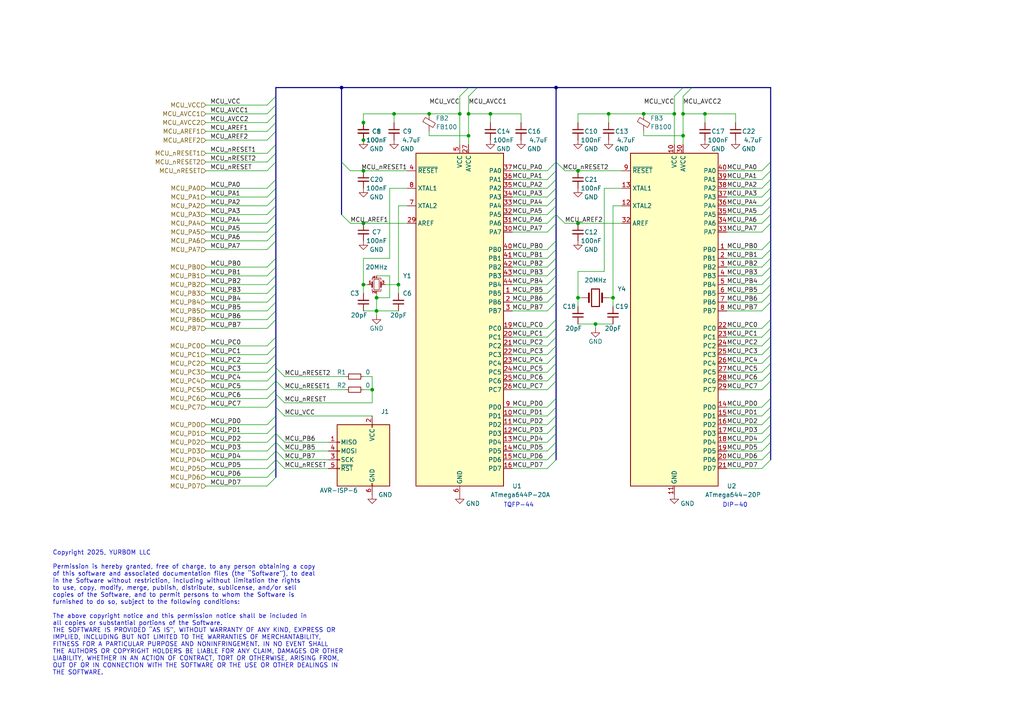
<source format=kicad_sch>
(kicad_sch (version 20231120) (generator "eeschema") (generator_version "8.0")
  (paper "A4")
  (title_block (title "ATMega 644 and ATMega1284 microcontroller design") (date "2025-02-01") (rev "0") (company "YURBOM LLC, More details on website - https://yurbom.com") (comment 1 "MIT Open Source License - NO ANY WARRANTY. Designed in California, USA.") (comment 2 "ATMega 644 and ATMega1284 family microcontroller design template with combined ports"))
  (lib_symbols
    (symbol "Connector:AVR-ISP-6" (pin_names (offset 1.016))
      (property "Reference" "J" (at -6.35 11.43 0))
      (property "Value" "AVR-ISP-6" (at 0 11.43 0))
      (symbol "AVR-ISP-6_1_1"
        (pin passive line (at 10.16 5.08 180) (length 2.54) (name "MISO") (number "1"))
        (pin passive line (at -2.54 12.7 270) (length 2.54) (name "VCC") (number "2"))
        (pin passive line (at 10.16 0 180) (length 2.54) (name "SCK") (number "3"))
        (pin passive line (at 10.16 2.54 180) (length 2.54) (name "MOSI") (number "4"))
        (pin passive line (at 10.16 -2.54 180) (length 2.54) (name "~{RST}") (number "5"))
        (pin passive line (at -2.54 -10.16 90) (length 2.54) (name "GND") (number "6"))
      )
    )
    (symbol "Device:C_Small" (pin_numbers hide) (pin_names (offset 0.254) hide)
      (property "Reference" "C" (at 0.254 1.778 0))
      (property "Value" "C_Small" (at 0.254 -2.032 0))
      (symbol "C_Small_1_1"
        (pin passive line (at 0 2.54 270) (length 2.032) (name "~") (number "1"))
        (pin passive line (at 0 -2.54 90) (length 2.032) (name "~") (number "2"))
      )
    )
    (symbol "Device:Crystal" (pin_numbers hide) (pin_names (offset 1.016) hide)
      (property "Reference" "Y" (at 0 3.81 0))
      (property "Value" "Crystal" (at 0 -3.81 0))
      (symbol "Crystal_1_1"
        (pin passive line (at -3.81 0 0) (length 1.27) (name "1") (number "1"))
        (pin passive line (at 3.81 0 180) (length 1.27) (name "2") (number "2"))
      )
    )
    (symbol "Device:Crystal_GND24_Small" (pin_names (offset 1.016) hide)
      (property "Reference" "Y" (at 1.27 4.445 0))
      (property "Value" "Crystal_GND24_Small" (at 1.27 2.54 0))
      (symbol "Crystal_GND24_Small_1_1"
        (pin passive line (at -2.54 0 0) (length 1.27) (name "1") (number "1"))
        (pin passive line (at 0 -2.54 90) (length 0.635) (name "2") (number "2"))
        (pin passive line (at 2.54 0 180) (length 1.27) (name "3") (number "3"))
        (pin passive line (at 0 2.54 270) (length 0.635) (name "4") (number "4"))
      )
    )
    (symbol "Device:FerriteBead_Small" (pin_numbers hide) (pin_names (offset 0))
      (property "Reference" "FB" (at 1.905 1.27 0))
      (property "Value" "FerriteBead_Small" (at 1.905 -1.27 0))
      (symbol "FerriteBead_Small_1_1"
        (pin passive line (at 0 2.54 270) (length 1.27) (name "~") (number "1"))
        (pin passive line (at 0 -2.54 90) (length 1.27) (name "~") (number "2"))
      )
    )
    (symbol "Device:R_Small" (pin_numbers hide) (pin_names (offset 0.254) hide)
      (property "Reference" "R" (at 0.762 0.508 0))
      (property "Value" "R_Small" (at 0.762 -1.016 0))
      (symbol "R_Small_1_1"
        (pin passive line (at 0 2.54 270) (length 0.762) (name "~") (number "1"))
        (pin passive line (at 0 -2.54 90) (length 0.762) (name "~") (number "2"))
      )
    )
    (symbol "MCU_Microchip_ATmega:ATmega644-20P"
      (property "Reference" "U" (at -12.7 49.53 0))
      (property "Value" "ATmega644-20P" (at 2.54 -49.53 0))
      (symbol "ATmega644-20P_1_1"
        (pin bidirectional line (at 15.24 20.32 180) (length 2.54) (name "PB0") (number "1"))
        (pin power_in line (at 0 50.8 270) (length 2.54) (name "VCC") (number "10"))
        (pin power_in line (at 0 -50.8 90) (length 2.54) (name "GND") (number "11"))
        (pin output line (at -15.24 33.02 0) (length 2.54) (name "XTAL2") (number "12"))
        (pin input line (at -15.24 38.1 0) (length 2.54) (name "XTAL1") (number "13"))
        (pin bidirectional line (at 15.24 -25.4 180) (length 2.54) (name "PD0") (number "14"))
        (pin bidirectional line (at 15.24 -27.94 180) (length 2.54) (name "PD1") (number "15"))
        (pin bidirectional line (at 15.24 -30.48 180) (length 2.54) (name "PD2") (number "16"))
        (pin bidirectional line (at 15.24 -33.02 180) (length 2.54) (name "PD3") (number "17"))
        (pin bidirectional line (at 15.24 -35.56 180) (length 2.54) (name "PD4") (number "18"))
        (pin bidirectional line (at 15.24 -38.1 180) (length 2.54) (name "PD5") (number "19"))
        (pin bidirectional line (at 15.24 17.78 180) (length 2.54) (name "PB1") (number "2"))
        (pin bidirectional line (at 15.24 -40.64 180) (length 2.54) (name "PD6") (number "20"))
        (pin bidirectional line (at 15.24 -43.18 180) (length 2.54) (name "PD7") (number "21"))
        (pin bidirectional line (at 15.24 -2.54 180) (length 2.54) (name "PC0") (number "22"))
        (pin bidirectional line (at 15.24 -5.08 180) (length 2.54) (name "PC1") (number "23"))
        (pin bidirectional line (at 15.24 -7.62 180) (length 2.54) (name "PC2") (number "24"))
        (pin bidirectional line (at 15.24 -10.16 180) (length 2.54) (name "PC3") (number "25"))
        (pin bidirectional line (at 15.24 -12.7 180) (length 2.54) (name "PC4") (number "26"))
        (pin bidirectional line (at 15.24 -15.24 180) (length 2.54) (name "PC5") (number "27"))
        (pin bidirectional line (at 15.24 -17.78 180) (length 2.54) (name "PC6") (number "28"))
        (pin bidirectional line (at 15.24 -20.32 180) (length 2.54) (name "PC7") (number "29"))
        (pin bidirectional line (at 15.24 15.24 180) (length 2.54) (name "PB2") (number "3"))
        (pin power_in line (at 2.54 50.8 270) (length 2.54) (name "AVCC") (number "30"))
        (pin passive line (at 0 -50.8 90) (length 2.54) hide (name "GND") (number "31"))
        (pin passive line (at -15.24 27.94 0) (length 2.54) (name "AREF") (number "32"))
        (pin bidirectional line (at 15.24 25.4 180) (length 2.54) (name "PA7") (number "33"))
        (pin bidirectional line (at 15.24 27.94 180) (length 2.54) (name "PA6") (number "34"))
        (pin bidirectional line (at 15.24 30.48 180) (length 2.54) (name "PA5") (number "35"))
        (pin bidirectional line (at 15.24 33.02 180) (length 2.54) (name "PA4") (number "36"))
        (pin bidirectional line (at 15.24 35.56 180) (length 2.54) (name "PA3") (number "37"))
        (pin bidirectional line (at 15.24 38.1 180) (length 2.54) (name "PA2") (number "38"))
        (pin bidirectional line (at 15.24 40.64 180) (length 2.54) (name "PA1") (number "39"))
        (pin bidirectional line (at 15.24 12.7 180) (length 2.54) (name "PB3") (number "4"))
        (pin bidirectional line (at 15.24 43.18 180) (length 2.54) (name "PA0") (number "40"))
        (pin bidirectional line (at 15.24 10.16 180) (length 2.54) (name "PB4") (number "5"))
        (pin bidirectional line (at 15.24 7.62 180) (length 2.54) (name "PB5") (number "6"))
        (pin bidirectional line (at 15.24 5.08 180) (length 2.54) (name "PB6") (number "7"))
        (pin bidirectional line (at 15.24 2.54 180) (length 2.54) (name "PB7") (number "8"))
        (pin input line (at -15.24 43.18 0) (length 2.54) (name "~{RESET}") (number "9"))
      )
    )
    (symbol "MCU_Microchip_ATmega:ATmega644P-20A"
      (property "Reference" "U" (at -12.7 49.53 0))
      (property "Value" "ATmega644P-20A" (at 2.54 -49.53 0))
      (symbol "ATmega644P-20A_1_1"
        (pin bidirectional line (at 15.24 7.62 180) (length 2.54) (name "PB5") (number "1"))
        (pin bidirectional line (at 15.24 -27.94 180) (length 2.54) (name "PD1") (number "10"))
        (pin bidirectional line (at 15.24 -30.48 180) (length 2.54) (name "PD2") (number "11"))
        (pin bidirectional line (at 15.24 -33.02 180) (length 2.54) (name "PD3") (number "12"))
        (pin bidirectional line (at 15.24 -35.56 180) (length 2.54) (name "PD4") (number "13"))
        (pin bidirectional line (at 15.24 -38.1 180) (length 2.54) (name "PD5") (number "14"))
        (pin bidirectional line (at 15.24 -40.64 180) (length 2.54) (name "PD6") (number "15"))
        (pin bidirectional line (at 15.24 -43.18 180) (length 2.54) (name "PD7") (number "16"))
        (pin passive line (at 0 50.8 270) (length 2.54) hide (name "VCC") (number "17"))
        (pin passive line (at 0 -50.8 90) (length 2.54) hide (name "GND") (number "18"))
        (pin bidirectional line (at 15.24 -2.54 180) (length 2.54) (name "PC0") (number "19"))
        (pin bidirectional line (at 15.24 5.08 180) (length 2.54) (name "PB6") (number "2"))
        (pin bidirectional line (at 15.24 -5.08 180) (length 2.54) (name "PC1") (number "20"))
        (pin bidirectional line (at 15.24 -7.62 180) (length 2.54) (name "PC2") (number "21"))
        (pin bidirectional line (at 15.24 -10.16 180) (length 2.54) (name "PC3") (number "22"))
        (pin bidirectional line (at 15.24 -12.7 180) (length 2.54) (name "PC4") (number "23"))
        (pin bidirectional line (at 15.24 -15.24 180) (length 2.54) (name "PC5") (number "24"))
        (pin bidirectional line (at 15.24 -17.78 180) (length 2.54) (name "PC6") (number "25"))
        (pin bidirectional line (at 15.24 -20.32 180) (length 2.54) (name "PC7") (number "26"))
        (pin power_in line (at 2.54 50.8 270) (length 2.54) (name "AVCC") (number "27"))
        (pin passive line (at 0 -50.8 90) (length 2.54) hide (name "GND") (number "28"))
        (pin passive line (at -15.24 27.94 0) (length 2.54) (name "AREF") (number "29"))
        (pin bidirectional line (at 15.24 2.54 180) (length 2.54) (name "PB7") (number "3"))
        (pin bidirectional line (at 15.24 25.4 180) (length 2.54) (name "PA7") (number "30"))
        (pin bidirectional line (at 15.24 27.94 180) (length 2.54) (name "PA6") (number "31"))
        (pin bidirectional line (at 15.24 30.48 180) (length 2.54) (name "PA5") (number "32"))
        (pin bidirectional line (at 15.24 33.02 180) (length 2.54) (name "PA4") (number "33"))
        (pin bidirectional line (at 15.24 35.56 180) (length 2.54) (name "PA3") (number "34"))
        (pin bidirectional line (at 15.24 38.1 180) (length 2.54) (name "PA2") (number "35"))
        (pin bidirectional line (at 15.24 40.64 180) (length 2.54) (name "PA1") (number "36"))
        (pin bidirectional line (at 15.24 43.18 180) (length 2.54) (name "PA0") (number "37"))
        (pin passive line (at 0 50.8 270) (length 2.54) hide (name "VCC") (number "38"))
        (pin passive line (at 0 -50.8 90) (length 2.54) hide (name "GND") (number "39"))
        (pin input line (at -15.24 43.18 0) (length 2.54) (name "~{RESET}") (number "4"))
        (pin bidirectional line (at 15.24 20.32 180) (length 2.54) (name "PB0") (number "40"))
        (pin bidirectional line (at 15.24 17.78 180) (length 2.54) (name "PB1") (number "41"))
        (pin bidirectional line (at 15.24 15.24 180) (length 2.54) (name "PB2") (number "42"))
        (pin bidirectional line (at 15.24 12.7 180) (length 2.54) (name "PB3") (number "43"))
        (pin bidirectional line (at 15.24 10.16 180) (length 2.54) (name "PB4") (number "44"))
        (pin power_in line (at 0 50.8 270) (length 2.54) (name "VCC") (number "5"))
        (pin power_in line (at 0 -50.8 90) (length 2.54) (name "GND") (number "6"))
        (pin output line (at -15.24 33.02 0) (length 2.54) (name "XTAL2") (number "7"))
        (pin input line (at -15.24 38.1 0) (length 2.54) (name "XTAL1") (number "8"))
        (pin bidirectional line (at 15.24 -25.4 180) (length 2.54) (name "PD0") (number "9"))
      )
    )
    (symbol "power:GND" (power) (pin_names (offset 0))
      (property "Value" "GND" (at 0 -3.81 0))
      (symbol "GND_1_1"
        (pin power_in line (at 0 0 270) (length 0) hide (name "GND") (number "1"))
      )
    )
  )
  (junction (at 167.64 86.36))
  (junction (at 114.3 33.02))
  (junction (at 99.06 25.4))
  (junction (at 204.47 33.02))
  (junction (at 161.29 25.4))
  (junction (at 124.46 33.02))
  (junction (at 105.41 64.77))
  (junction (at 135.89 39.37))
  (junction (at 105.41 35.56))
  (junction (at 198.12 33.02))
  (junction (at 107.95 113.03))
  (junction (at 195.58 33.02))
  (junction (at 135.89 33.02))
  (junction (at 177.8 86.36))
  (junction (at 167.64 64.77))
  (junction (at 167.64 49.53))
  (junction (at 109.22 90.17))
  (junction (at 198.12 39.37))
  (junction (at 172.72 93.98))
  (junction (at 186.69 33.02))
  (junction (at 105.41 40.64))
  (junction (at 109.22 86.36))
  (junction (at 142.24 33.02))
  (junction (at 133.35 33.02))
  (junction (at 105.41 49.53))
  (junction (at 115.57 82.55))
  (junction (at 105.41 82.55))
  (junction (at 176.53 33.02))
  (bus_entry (at 77.47 54.61) (size 2.54 -2.54))
  (bus_entry (at 77.47 46.99) (size 2.54 -2.54))
  (bus_entry (at 220.98 107.95) (size 2.54 -2.54))
  (bus_entry (at 158.75 113.03) (size 2.54 -2.54))
  (bus_entry (at 220.98 72.39) (size 2.54 -2.54))
  (bus_entry (at 158.75 59.69) (size 2.54 -2.54))
  (bus_entry (at 220.98 57.15) (size 2.54 -2.54))
  (bus_entry (at 77.47 62.23) (size 2.54 -2.54))
  (bus_entry (at 198.12 27.94) (size 2.54 -2.54))
  (bus_entry (at 158.75 105.41) (size 2.54 -2.54))
  (bus_entry (at 158.75 74.93) (size 2.54 -2.54))
  (bus_entry (at 158.75 64.77) (size 2.54 -2.54))
  (bus_entry (at 220.98 118.11) (size 2.54 -2.54))
  (bus_entry (at 158.75 107.95) (size 2.54 -2.54))
  (bus_entry (at 158.75 100.33) (size 2.54 -2.54))
  (bus_entry (at 158.75 120.65) (size 2.54 -2.54))
  (bus_entry (at 77.47 57.15) (size 2.54 -2.54))
  (bus_entry (at 77.47 130.81) (size 2.54 -2.54))
  (bus_entry (at 158.75 97.79) (size 2.54 -2.54))
  (bus_entry (at 220.98 100.33) (size 2.54 -2.54))
  (bus_entry (at 220.98 113.03) (size 2.54 -2.54))
  (bus_entry (at 77.47 110.49) (size 2.54 -2.54))
  (bus_entry (at 77.47 90.17) (size 2.54 -2.54))
  (bus_entry (at 220.98 80.01) (size 2.54 -2.54))
  (bus_entry (at 77.47 107.95) (size 2.54 -2.54))
  (bus_entry (at 220.98 125.73) (size 2.54 -2.54))
  (bus_entry (at 158.75 128.27) (size 2.54 -2.54))
  (bus_entry (at 158.75 62.23) (size 2.54 -2.54))
  (bus_entry (at 158.75 67.31) (size 2.54 -2.54))
  (bus_entry (at 220.98 54.61) (size 2.54 -2.54))
  (bus_entry (at 77.47 80.01) (size 2.54 -2.54))
  (bus_entry (at 220.98 87.63) (size 2.54 -2.54))
  (bus_entry (at 80.01 125.73) (size 2.54 2.54))
  (bus_entry (at 158.75 82.55) (size 2.54 -2.54))
  (bus_entry (at 77.47 67.31) (size 2.54 -2.54))
  (bus_entry (at 80.01 133.35) (size 2.54 2.54))
  (bus_entry (at 158.75 57.15) (size 2.54 -2.54))
  (bus_entry (at 158.75 54.61) (size 2.54 -2.54))
  (bus_entry (at 77.47 33.02) (size 2.54 -2.54))
  (bus_entry (at 80.01 130.81) (size 2.54 2.54))
  (bus_entry (at 77.47 59.69) (size 2.54 -2.54))
  (bus_entry (at 99.06 46.99) (size 2.54 2.54))
  (bus_entry (at 220.98 62.23) (size 2.54 -2.54))
  (bus_entry (at 80.01 114.3) (size 2.54 2.54))
  (bus_entry (at 158.75 135.89) (size 2.54 -2.54))
  (bus_entry (at 158.75 110.49) (size 2.54 -2.54))
  (bus_entry (at 77.47 35.56) (size 2.54 -2.54))
  (bus_entry (at 77.47 87.63) (size 2.54 -2.54))
  (bus_entry (at 77.47 113.03) (size 2.54 -2.54))
  (bus_entry (at 77.47 135.89) (size 2.54 -2.54))
  (bus_entry (at 77.47 69.85) (size 2.54 -2.54))
  (bus_entry (at 77.47 102.87) (size 2.54 -2.54))
  (bus_entry (at 220.98 128.27) (size 2.54 -2.54))
  (bus_entry (at 77.47 123.19) (size 2.54 -2.54))
  (bus_entry (at 220.98 85.09) (size 2.54 -2.54))
  (bus_entry (at 77.47 92.71) (size 2.54 -2.54))
  (bus_entry (at 77.47 64.77) (size 2.54 -2.54))
  (bus_entry (at 80.01 106.68) (size 2.54 2.54))
  (bus_entry (at 133.35 27.94) (size 2.54 -2.54))
  (bus_entry (at 77.47 105.41) (size 2.54 -2.54))
  (bus_entry (at 220.98 49.53) (size 2.54 -2.54))
  (bus_entry (at 220.98 97.79) (size 2.54 -2.54))
  (bus_entry (at 80.01 128.27) (size 2.54 2.54))
  (bus_entry (at 158.75 123.19) (size 2.54 -2.54))
  (bus_entry (at 80.01 27.94) (size -2.54 2.54))
  (bus_entry (at 77.47 38.1) (size 2.54 -2.54))
  (bus_entry (at 77.47 118.11) (size 2.54 -2.54))
  (bus_entry (at 220.98 102.87) (size 2.54 -2.54))
  (bus_entry (at 99.06 62.23) (size 2.54 2.54))
  (bus_entry (at 158.75 102.87) (size 2.54 -2.54))
  (bus_entry (at 220.98 120.65) (size 2.54 -2.54))
  (bus_entry (at 195.58 27.94) (size 2.54 -2.54))
  (bus_entry (at 220.98 77.47) (size 2.54 -2.54))
  (bus_entry (at 77.47 82.55) (size 2.54 -2.54))
  (bus_entry (at 77.47 100.33) (size 2.54 -2.54))
  (bus_entry (at 220.98 130.81) (size 2.54 -2.54))
  (bus_entry (at 158.75 90.17) (size 2.54 -2.54))
  (bus_entry (at 158.75 49.53) (size 2.54 -2.54))
  (bus_entry (at 220.98 74.93) (size 2.54 -2.54))
  (bus_entry (at 80.01 110.49) (size 2.54 2.54))
  (bus_entry (at 135.89 27.94) (size 2.54 -2.54))
  (bus_entry (at 77.47 44.45) (size 2.54 -2.54))
  (bus_entry (at 220.98 59.69) (size 2.54 -2.54))
  (bus_entry (at 158.75 133.35) (size 2.54 -2.54))
  (bus_entry (at 220.98 110.49) (size 2.54 -2.54))
  (bus_entry (at 161.29 46.99) (size 2.54 2.54))
  (bus_entry (at 220.98 90.17) (size 2.54 -2.54))
  (bus_entry (at 77.47 133.35) (size 2.54 -2.54))
  (bus_entry (at 220.98 105.41) (size 2.54 -2.54))
  (bus_entry (at 77.47 72.39) (size 2.54 -2.54))
  (bus_entry (at 77.47 125.73) (size 2.54 -2.54))
  (bus_entry (at 158.75 125.73) (size 2.54 -2.54))
  (bus_entry (at 220.98 64.77) (size 2.54 -2.54))
  (bus_entry (at 158.75 80.01) (size 2.54 -2.54))
  (bus_entry (at 77.47 85.09) (size 2.54 -2.54))
  (bus_entry (at 77.47 40.64) (size 2.54 -2.54))
  (bus_entry (at 80.01 118.11) (size 2.54 2.54))
  (bus_entry (at 158.75 72.39) (size 2.54 -2.54))
  (bus_entry (at 220.98 133.35) (size 2.54 -2.54))
  (bus_entry (at 158.75 52.07) (size 2.54 -2.54))
  (bus_entry (at 77.47 128.27) (size 2.54 -2.54))
  (bus_entry (at 220.98 123.19) (size 2.54 -2.54))
  (bus_entry (at 158.75 118.11) (size 2.54 -2.54))
  (bus_entry (at 220.98 67.31) (size 2.54 -2.54))
  (bus_entry (at 220.98 82.55) (size 2.54 -2.54))
  (bus_entry (at 77.47 138.43) (size 2.54 -2.54))
  (bus_entry (at 77.47 115.57) (size 2.54 -2.54))
  (bus_entry (at 161.29 62.23) (size 2.54 2.54))
  (bus_entry (at 77.47 77.47) (size 2.54 -2.54))
  (bus_entry (at 158.75 85.09) (size 2.54 -2.54))
  (bus_entry (at 220.98 52.07) (size 2.54 -2.54))
  (bus_entry (at 158.75 95.25) (size 2.54 -2.54))
  (bus_entry (at 220.98 135.89) (size 2.54 -2.54))
  (bus_entry (at 158.75 130.81) (size 2.54 -2.54))
  (bus_entry (at 220.98 95.25) (size 2.54 -2.54))
  (bus_entry (at 158.75 77.47) (size 2.54 -2.54))
  (bus_entry (at 77.47 140.97) (size 2.54 -2.54))
  (bus_entry (at 158.75 87.63) (size 2.54 -2.54))
  (bus_entry (at 77.47 49.53) (size 2.54 -2.54))
  (bus_entry (at 77.47 95.25) (size 2.54 -2.54))
  (bus (pts (xy 223.52 54.61) (xy 223.52 57.15)))
  (bus (pts (xy 80.01 135.89) (xy 80.01 138.43)))
  (bus (pts (xy 161.29 64.77) (xy 161.29 69.85)))
  (wire (pts (xy 59.69 115.57) (xy 77.47 115.57)))
  (wire (pts (xy 135.89 33.02) (xy 135.89 39.37)))
  (wire (pts (xy 195.58 27.94) (xy 195.58 33.02)))
  (wire (pts (xy 59.69 118.11) (xy 77.47 118.11)))
  (wire (pts (xy 176.53 33.02) (xy 176.53 35.56)))
  (bus (pts (xy 80.01 74.93) (xy 80.01 77.47)))
  (wire (pts (xy 82.55 130.81) (xy 95.25 130.81)))
  (wire (pts (xy 109.22 86.36) (xy 109.22 90.17)))
  (wire (pts (xy 59.69 67.31) (xy 77.47 67.31)))
  (wire (pts (xy 148.59 64.77) (xy 158.75 64.77)))
  (wire (pts (xy 186.69 39.37) (xy 198.12 39.37)))
  (bus (pts (xy 223.52 115.57) (xy 223.52 118.11)))
  (wire (pts (xy 148.59 87.63) (xy 158.75 87.63)))
  (bus (pts (xy 80.01 82.55) (xy 80.01 85.09)))
  (bus (pts (xy 223.52 130.81) (xy 223.52 133.35)))
  (wire (pts (xy 59.69 138.43) (xy 77.47 138.43)))
  (bus (pts (xy 80.01 59.69) (xy 80.01 62.23)))
  (wire (pts (xy 59.69 135.89) (xy 77.47 135.89)))
  (wire (pts (xy 59.69 38.1) (xy 77.47 38.1)))
  (wire (pts (xy 210.82 57.15) (xy 220.98 57.15)))
  (wire (pts (xy 210.82 107.95) (xy 220.98 107.95)))
  (wire (pts (xy 59.69 57.15) (xy 77.47 57.15)))
  (bus (pts (xy 200.66 25.4) (xy 223.52 25.4)))
  (bus (pts (xy 161.29 128.27) (xy 161.29 130.81)))
  (wire (pts (xy 101.6 49.53) (xy 105.41 49.53)))
  (wire (pts (xy 148.59 77.47) (xy 158.75 77.47)))
  (wire (pts (xy 148.59 125.73) (xy 158.75 125.73)))
  (bus (pts (xy 80.01 33.02) (xy 80.01 35.56)))
  (bus (pts (xy 80.01 128.27) (xy 80.01 130.81)))
  (bus (pts (xy 223.52 25.4) (xy 223.52 46.99)))
  (wire (pts (xy 133.35 27.94) (xy 133.35 33.02)))
  (wire (pts (xy 204.47 33.02) (xy 204.47 35.56)))
  (wire (pts (xy 148.59 95.25) (xy 158.75 95.25)))
  (wire (pts (xy 167.64 86.36) (xy 167.64 88.9)))
  (bus (pts (xy 161.29 57.15) (xy 161.29 54.61)))
  (wire (pts (xy 210.82 49.53) (xy 220.98 49.53)))
  (wire (pts (xy 186.69 38.1) (xy 186.69 39.37)))
  (bus (pts (xy 80.01 130.81) (xy 80.01 133.35)))
  (wire (pts (xy 210.82 62.23) (xy 220.98 62.23)))
  (bus (pts (xy 99.06 46.99) (xy 99.06 62.23)))
  (wire (pts (xy 109.22 80.01) (xy 113.03 80.01)))
  (wire (pts (xy 124.46 39.37) (xy 135.89 39.37)))
  (wire (pts (xy 210.82 135.89) (xy 220.98 135.89)))
  (wire (pts (xy 213.36 35.56) (xy 213.36 33.02)))
  (bus (pts (xy 138.43 25.4) (xy 161.29 25.4)))
  (bus (pts (xy 161.29 72.39) (xy 161.29 69.85)))
  (wire (pts (xy 210.82 90.17) (xy 220.98 90.17)))
  (wire (pts (xy 210.82 130.81) (xy 220.98 130.81)))
  (bus (pts (xy 80.01 92.71) (xy 80.01 97.79)))
  (bus (pts (xy 223.52 46.99) (xy 223.52 49.53)))
  (wire (pts (xy 210.82 120.65) (xy 220.98 120.65)))
  (bus (pts (xy 99.06 25.4) (xy 99.06 46.99)))
  (wire (pts (xy 195.58 33.02) (xy 195.58 41.91)))
  (wire (pts (xy 210.82 72.39) (xy 220.98 72.39)))
  (wire (pts (xy 59.69 110.49) (xy 77.47 110.49)))
  (wire (pts (xy 105.41 49.53) (xy 118.11 49.53)))
  (wire (pts (xy 59.69 100.33) (xy 77.47 100.33)))
  (wire (pts (xy 210.82 54.61) (xy 220.98 54.61)))
  (wire (pts (xy 105.41 35.56) (xy 105.41 33.02)))
  (wire (pts (xy 135.89 27.94) (xy 135.89 33.02)))
  (bus (pts (xy 223.52 85.09) (xy 223.52 87.63)))
  (bus (pts (xy 223.52 128.27) (xy 223.52 130.81)))
  (bus (pts (xy 80.01 114.3) (xy 80.01 115.57)))
  (bus (pts (xy 80.01 41.91) (xy 80.01 44.45)))
  (wire (pts (xy 148.59 90.17) (xy 158.75 90.17)))
  (wire (pts (xy 59.69 64.77) (xy 77.47 64.77)))
  (bus (pts (xy 135.89 25.4) (xy 138.43 25.4)))
  (wire (pts (xy 210.82 52.07) (xy 220.98 52.07)))
  (bus (pts (xy 161.29 59.69) (xy 161.29 57.15)))
  (bus (pts (xy 161.29 77.47) (xy 161.29 74.93)))
  (bus (pts (xy 161.29 120.65) (xy 161.29 118.11)))
  (wire (pts (xy 210.82 80.01) (xy 220.98 80.01)))
  (wire (pts (xy 59.69 92.71) (xy 77.47 92.71)))
  (bus (pts (xy 161.29 49.53) (xy 161.29 46.99)))
  (wire (pts (xy 124.46 38.1) (xy 124.46 39.37)))
  (wire (pts (xy 59.69 82.55) (xy 77.47 82.55)))
  (wire (pts (xy 107.95 109.22) (xy 105.41 109.22)))
  (wire (pts (xy 176.53 86.36) (xy 177.8 86.36)))
  (wire (pts (xy 148.59 113.03) (xy 158.75 113.03)))
  (bus (pts (xy 223.52 123.19) (xy 223.52 125.73)))
  (bus (pts (xy 80.01 118.11) (xy 80.01 120.65)))
  (wire (pts (xy 82.55 109.22) (xy 100.33 109.22)))
  (wire (pts (xy 59.69 69.85) (xy 77.47 69.85)))
  (wire (pts (xy 198.12 33.02) (xy 198.12 39.37)))
  (bus (pts (xy 80.01 115.57) (xy 80.01 118.11)))
  (bus (pts (xy 223.52 102.87) (xy 223.52 105.41)))
  (wire (pts (xy 172.72 95.25) (xy 172.72 93.98)))
  (wire (pts (xy 210.82 123.19) (xy 220.98 123.19)))
  (bus (pts (xy 80.01 123.19) (xy 80.01 125.73)))
  (wire (pts (xy 59.69 40.64) (xy 77.47 40.64)))
  (wire (pts (xy 59.69 77.47) (xy 77.47 77.47)))
  (wire (pts (xy 59.69 105.41) (xy 77.47 105.41)))
  (wire (pts (xy 148.59 120.65) (xy 158.75 120.65)))
  (wire (pts (xy 59.69 130.81) (xy 77.47 130.81)))
  (wire (pts (xy 107.95 116.84) (xy 107.95 113.03)))
  (bus (pts (xy 223.52 74.93) (xy 223.52 77.47)))
  (wire (pts (xy 210.82 113.03) (xy 220.98 113.03)))
  (bus (pts (xy 161.29 115.57) (xy 161.29 118.11)))
  (bus (pts (xy 80.01 107.95) (xy 80.01 106.68)))
  (bus (pts (xy 80.01 77.47) (xy 80.01 80.01)))
  (bus (pts (xy 80.01 120.65) (xy 80.01 123.19)))
  (wire (pts (xy 210.82 100.33) (xy 220.98 100.33)))
  (bus (pts (xy 80.01 107.95) (xy 80.01 110.49)))
  (wire (pts (xy 111.76 82.55) (xy 115.57 82.55)))
  (bus (pts (xy 80.01 54.61) (xy 80.01 57.15)))
  (wire (pts (xy 167.64 35.56) (xy 167.64 33.02)))
  (wire (pts (xy 82.55 135.89) (xy 95.25 135.89)))
  (wire (pts (xy 59.69 123.19) (xy 77.47 123.19)))
  (bus (pts (xy 161.29 130.81) (xy 161.29 133.35)))
  (bus (pts (xy 223.52 87.63) (xy 223.52 92.71)))
  (wire (pts (xy 210.82 82.55) (xy 220.98 82.55)))
  (wire (pts (xy 105.41 64.77) (xy 118.11 64.77)))
  (wire (pts (xy 210.82 128.27) (xy 220.98 128.27)))
  (bus (pts (xy 161.29 125.73) (xy 161.29 123.19)))
  (bus (pts (xy 223.52 72.39) (xy 223.52 74.93)))
  (bus (pts (xy 80.01 87.63) (xy 80.01 90.17)))
  (wire (pts (xy 59.69 49.53) (xy 77.47 49.53)))
  (wire (pts (xy 115.57 59.69) (xy 118.11 59.69)))
  (wire (pts (xy 148.59 74.93) (xy 158.75 74.93)))
  (wire (pts (xy 59.69 59.69) (xy 77.47 59.69)))
  (bus (pts (xy 161.29 74.93) (xy 161.29 72.39)))
  (wire (pts (xy 210.82 95.25) (xy 220.98 95.25)))
  (wire (pts (xy 59.69 85.09) (xy 77.47 85.09)))
  (wire (pts (xy 105.41 82.55) (xy 106.68 82.55)))
  (wire (pts (xy 148.59 102.87) (xy 158.75 102.87)))
  (bus (pts (xy 80.01 114.3) (xy 80.01 113.03)))
  (wire (pts (xy 210.82 97.79) (xy 220.98 97.79)))
  (wire (pts (xy 148.59 105.41) (xy 158.75 105.41)))
  (wire (pts (xy 204.47 33.02) (xy 198.12 33.02)))
  (wire (pts (xy 148.59 59.69) (xy 158.75 59.69)))
  (bus (pts (xy 223.52 97.79) (xy 223.52 100.33)))
  (bus (pts (xy 80.01 69.85) (xy 80.01 74.93)))
  (wire (pts (xy 210.82 85.09) (xy 220.98 85.09)))
  (wire (pts (xy 148.59 133.35) (xy 158.75 133.35)))
  (wire (pts (xy 142.24 33.02) (xy 135.89 33.02)))
  (bus (pts (xy 80.01 97.79) (xy 80.01 100.33)))
  (bus (pts (xy 80.01 100.33) (xy 80.01 102.87)))
  (bus (pts (xy 161.29 54.61) (xy 161.29 52.07)))
  (bus (pts (xy 80.01 52.07) (xy 80.01 54.61)))
  (wire (pts (xy 186.69 33.02) (xy 195.58 33.02)))
  (bus (pts (xy 80.01 102.87) (xy 80.01 105.41)))
  (bus (pts (xy 223.52 110.49) (xy 223.52 115.57)))
  (bus (pts (xy 161.29 85.09) (xy 161.29 87.63)))
  (wire (pts (xy 115.57 82.55) (xy 115.57 85.09)))
  (wire (pts (xy 59.69 90.17) (xy 77.47 90.17)))
  (bus (pts (xy 223.52 57.15) (xy 223.52 59.69)))
  (wire (pts (xy 167.64 78.74) (xy 175.26 78.74)))
  (wire (pts (xy 148.59 110.49) (xy 158.75 110.49)))
  (wire (pts (xy 82.55 116.84) (xy 107.95 116.84)))
  (bus (pts (xy 161.29 87.63) (xy 161.29 92.71)))
  (wire (pts (xy 213.36 33.02) (xy 204.47 33.02)))
  (bus (pts (xy 80.01 133.35) (xy 80.01 135.89)))
  (wire (pts (xy 167.64 64.77) (xy 180.34 64.77)))
  (bus (pts (xy 223.52 52.07) (xy 223.52 54.61)))
  (wire (pts (xy 148.59 67.31) (xy 158.75 67.31)))
  (bus (pts (xy 80.01 46.99) (xy 80.01 52.07)))
  (bus (pts (xy 223.52 59.69) (xy 223.52 62.23)))
  (bus (pts (xy 161.29 25.4) (xy 198.12 25.4)))
  (bus (pts (xy 223.52 120.65) (xy 223.52 123.19)))
  (bus (pts (xy 223.52 100.33) (xy 223.52 102.87)))
  (bus (pts (xy 161.29 100.33) (xy 161.29 102.87)))
  (wire (pts (xy 59.69 46.99) (xy 77.47 46.99)))
  (wire (pts (xy 101.6 64.77) (xy 105.41 64.77)))
  (wire (pts (xy 210.82 102.87) (xy 220.98 102.87)))
  (wire (pts (xy 148.59 57.15) (xy 158.75 57.15)))
  (wire (pts (xy 148.59 128.27) (xy 158.75 128.27)))
  (bus (pts (xy 80.01 27.94) (xy 80.01 30.48)))
  (wire (pts (xy 172.72 93.98) (xy 177.8 93.98)))
  (wire (pts (xy 210.82 59.69) (xy 220.98 59.69)))
  (wire (pts (xy 59.69 72.39) (xy 77.47 72.39)))
  (wire (pts (xy 210.82 125.73) (xy 220.98 125.73)))
  (wire (pts (xy 59.69 62.23) (xy 77.47 62.23)))
  (bus (pts (xy 223.52 80.01) (xy 223.52 82.55)))
  (bus (pts (xy 80.01 85.09) (xy 80.01 87.63)))
  (wire (pts (xy 113.03 54.61) (xy 118.11 54.61)))
  (wire (pts (xy 148.59 107.95) (xy 158.75 107.95)))
  (wire (pts (xy 59.69 33.02) (xy 77.47 33.02)))
  (wire (pts (xy 148.59 52.07) (xy 158.75 52.07)))
  (bus (pts (xy 80.01 57.15) (xy 80.01 59.69)))
  (bus (pts (xy 99.06 25.4) (xy 135.89 25.4)))
  (bus (pts (xy 161.29 82.55) (xy 161.29 85.09)))
  (bus (pts (xy 80.01 90.17) (xy 80.01 92.71)))
  (wire (pts (xy 198.12 27.94) (xy 198.12 33.02)))
  (bus (pts (xy 80.01 113.03) (xy 80.01 110.49)))
  (wire (pts (xy 59.69 128.27) (xy 77.47 128.27)))
  (bus (pts (xy 80.01 25.4) (xy 99.06 25.4)))
  (wire (pts (xy 113.03 86.36) (xy 109.22 86.36)))
  (wire (pts (xy 163.83 49.53) (xy 167.64 49.53)))
  (bus (pts (xy 80.01 67.31) (xy 80.01 69.85)))
  (wire (pts (xy 59.69 107.95) (xy 77.47 107.95)))
  (bus (pts (xy 161.29 100.33) (xy 161.29 97.79)))
  (bus (pts (xy 161.29 110.49) (xy 161.29 115.57)))
  (wire (pts (xy 59.69 30.48) (xy 77.47 30.48)))
  (wire (pts (xy 151.13 35.56) (xy 151.13 33.02)))
  (wire (pts (xy 115.57 82.55) (xy 115.57 59.69)))
  (wire (pts (xy 59.69 54.61) (xy 77.47 54.61)))
  (wire (pts (xy 59.69 95.25) (xy 77.47 95.25)))
  (wire (pts (xy 148.59 100.33) (xy 158.75 100.33)))
  (bus (pts (xy 161.29 105.41) (xy 161.29 107.95)))
  (bus (pts (xy 80.01 35.56) (xy 80.01 38.1)))
  (wire (pts (xy 148.59 62.23) (xy 158.75 62.23)))
  (wire (pts (xy 114.3 33.02) (xy 114.3 35.56)))
  (wire (pts (xy 177.8 86.36) (xy 177.8 88.9)))
  (wire (pts (xy 114.3 33.02) (xy 124.46 33.02)))
  (bus (pts (xy 161.29 123.19) (xy 161.29 120.65)))
  (wire (pts (xy 107.95 113.03) (xy 107.95 109.22)))
  (wire (pts (xy 148.59 135.89) (xy 158.75 135.89)))
  (wire (pts (xy 59.69 102.87) (xy 77.47 102.87)))
  (wire (pts (xy 59.69 125.73) (xy 77.47 125.73)))
  (wire (pts (xy 113.03 74.93) (xy 113.03 54.61)))
  (bus (pts (xy 223.52 64.77) (xy 223.52 69.85)))
  (bus (pts (xy 223.52 105.41) (xy 223.52 107.95)))
  (bus (pts (xy 80.01 80.01) (xy 80.01 82.55)))
  (bus (pts (xy 80.01 38.1) (xy 80.01 41.91)))
  (wire (pts (xy 59.69 44.45) (xy 77.47 44.45)))
  (bus (pts (xy 223.52 92.71) (xy 223.52 95.25)))
  (bus (pts (xy 80.01 125.73) (xy 80.01 128.27)))
  (wire (pts (xy 59.69 87.63) (xy 77.47 87.63)))
  (wire (pts (xy 109.22 86.36) (xy 109.22 85.09)))
  (bus (pts (xy 161.29 82.55) (xy 161.29 80.01)))
  (wire (pts (xy 59.69 80.01) (xy 77.47 80.01)))
  (wire (pts (xy 133.35 33.02) (xy 133.35 41.91)))
  (wire (pts (xy 135.89 39.37) (xy 135.89 41.91)))
  (wire (pts (xy 167.64 86.36) (xy 167.64 78.74)))
  (bus (pts (xy 80.01 44.45) (xy 80.01 46.99)))
  (bus (pts (xy 161.29 52.07) (xy 161.29 49.53)))
  (bus (pts (xy 223.52 62.23) (xy 223.52 64.77)))
  (wire (pts (xy 167.64 33.02) (xy 176.53 33.02)))
  (wire (pts (xy 59.69 35.56) (xy 77.47 35.56)))
  (wire (pts (xy 59.69 140.97) (xy 77.47 140.97)))
  (wire (pts (xy 175.26 78.74) (xy 175.26 54.61)))
  (bus (pts (xy 198.12 25.4) (xy 200.66 25.4)))
  (wire (pts (xy 151.13 33.02) (xy 142.24 33.02)))
  (bus (pts (xy 161.29 102.87) (xy 161.29 105.41)))
  (wire (pts (xy 109.22 90.17) (xy 115.57 90.17)))
  (wire (pts (xy 148.59 54.61) (xy 158.75 54.61)))
  (wire (pts (xy 148.59 49.53) (xy 158.75 49.53)))
  (bus (pts (xy 223.52 82.55) (xy 223.52 85.09)))
  (wire (pts (xy 210.82 77.47) (xy 220.98 77.47)))
  (wire (pts (xy 82.55 113.03) (xy 100.33 113.03)))
  (bus (pts (xy 80.01 105.41) (xy 80.01 106.68)))
  (bus (pts (xy 223.52 49.53) (xy 223.52 52.07)))
  (wire (pts (xy 210.82 118.11) (xy 220.98 118.11)))
  (bus (pts (xy 80.01 64.77) (xy 80.01 67.31)))
  (wire (pts (xy 105.41 82.55) (xy 105.41 85.09)))
  (wire (pts (xy 105.41 90.17) (xy 109.22 90.17)))
  (wire (pts (xy 148.59 97.79) (xy 158.75 97.79)))
  (wire (pts (xy 210.82 133.35) (xy 220.98 133.35)))
  (wire (pts (xy 168.91 86.36) (xy 167.64 86.36)))
  (wire (pts (xy 59.69 133.35) (xy 77.47 133.35)))
  (bus (pts (xy 223.52 69.85) (xy 223.52 72.39)))
  (wire (pts (xy 148.59 118.11) (xy 158.75 118.11)))
  (bus (pts (xy 161.29 64.77) (xy 161.29 62.23)))
  (bus (pts (xy 161.29 97.79) (xy 161.29 95.25)))
  (bus (pts (xy 223.52 107.95) (xy 223.52 110.49)))
  (wire (pts (xy 163.83 64.77) (xy 167.64 64.77)))
  (wire (pts (xy 210.82 64.77) (xy 220.98 64.77)))
  (bus (pts (xy 161.29 128.27) (xy 161.29 125.73)))
  (bus (pts (xy 161.29 80.01) (xy 161.29 77.47)))
  (wire (pts (xy 124.46 33.02) (xy 133.35 33.02)))
  (bus (pts (xy 223.52 118.11) (xy 223.52 120.65)))
  (wire (pts (xy 105.41 33.02) (xy 114.3 33.02)))
  (wire (pts (xy 210.82 74.93) (xy 220.98 74.93)))
  (wire (pts (xy 176.53 33.02) (xy 186.69 33.02)))
  (wire (pts (xy 82.55 128.27) (xy 95.25 128.27)))
  (wire (pts (xy 210.82 105.41) (xy 220.98 105.41)))
  (wire (pts (xy 210.82 87.63) (xy 220.98 87.63)))
  (wire (pts (xy 105.41 74.93) (xy 105.41 82.55)))
  (wire (pts (xy 109.22 91.44) (xy 109.22 90.17)))
  (wire (pts (xy 113.03 80.01) (xy 113.03 86.36)))
  (wire (pts (xy 210.82 67.31) (xy 220.98 67.31)))
  (wire (pts (xy 177.8 59.69) (xy 180.34 59.69)))
  (wire (pts (xy 167.64 93.98) (xy 172.72 93.98)))
  (bus (pts (xy 223.52 77.47) (xy 223.52 80.01)))
  (wire (pts (xy 105.41 74.93) (xy 113.03 74.93)))
  (bus (pts (xy 161.29 62.23) (xy 161.29 59.69)))
  (wire (pts (xy 148.59 82.55) (xy 158.75 82.55)))
  (bus (pts (xy 223.52 125.73) (xy 223.52 128.27)))
  (bus (pts (xy 80.01 62.23) (xy 80.01 64.77)))
  (wire (pts (xy 177.8 59.69) (xy 177.8 86.36)))
  (wire (pts (xy 148.59 123.19) (xy 158.75 123.19)))
  (wire (pts (xy 105.41 113.03) (xy 107.95 113.03)))
  (wire (pts (xy 59.69 113.03) (xy 77.47 113.03)))
  (wire (pts (xy 82.55 133.35) (xy 95.25 133.35)))
  (bus (pts (xy 161.29 25.4) (xy 161.29 46.99)))
  (wire (pts (xy 210.82 110.49) (xy 220.98 110.49)))
  (wire (pts (xy 148.59 80.01) (xy 158.75 80.01)))
  (wire (pts (xy 82.55 120.65) (xy 107.95 120.65)))
  (bus (pts (xy 223.52 95.25) (xy 223.52 97.79)))
  (wire (pts (xy 175.26 54.61) (xy 180.34 54.61)))
  (wire (pts (xy 198.12 39.37) (xy 198.12 41.91)))
  (bus (pts (xy 80.01 25.4) (xy 80.01 27.94)))
  (wire (pts (xy 167.64 49.53) (xy 180.34 49.53)))
  (bus (pts (xy 161.29 95.25) (xy 161.29 92.71)))
  (bus (pts (xy 161.29 107.95) (xy 161.29 110.49)))
  (bus (pts (xy 80.01 30.48) (xy 80.01 33.02)))
  (wire (pts (xy 148.59 72.39) (xy 158.75 72.39)))
  (wire (pts (xy 148.59 130.81) (xy 158.75 130.81)))
  (wire (pts (xy 142.24 33.02) (xy 142.24 35.56)))
  (wire (pts (xy 148.59 85.09) (xy 158.75 85.09)))
  (text "Copyright 2025, YURBOM LLC\n\nPermission is hereby granted, free of charge, to any person obtaining a copy\nof this software and associated documentation files (the “Software”), to deal\nin the Software without restriction, including without limitation the rights\nto use, copy, modify, merge, publish, distribute, sublicense, and/or sell\ncopies of the Software, and to permit persons to whom the Software is\nfurnished to do so, subject to the following conditions:\n\nThe above copyright notice and this permission notice shall be included in\nall copies or substantial portions of the Software.\nTHE SOFTWARE IS PROVIDED “AS IS”, WITHOUT WARRANTY OF ANY KIND, EXPRESS OR\nIMPLIED, INCLUDING BUT NOT LIMITED TO THE WARRANTIES OF MERCHANTABILITY,\nFITNESS FOR A PARTICULAR PURPOSE AND NONINFRINGEMENT. IN NO EVENT SHALL\nTHE AUTHORS OR COPYRIGHT HOLDERS BE LIABLE FOR ANY CLAIM, DAMAGES OR OTHER\nLIABILITY, WHETHER IN AN ACTION OF CONTRACT, TORT OR OTHERWISE, ARISING FROM,\nOUT OF OR IN CONNECTION WITH THE SOFTWARE OR THE USE OR OTHER DEALINGS IN\nTHE SOFTWARE.\n" (at 15.24 177.8 0) (effects (font (size 1.27 1.27)) (justify left)))
  (text "DIP-40" (at 209.55 147.32 0) (effects (font (size 1.27 1.27)) (justify left bottom)))
  (text "TQFP-44" (at 146.05 147.32 0) (effects (font (size 1.27 1.27)) (justify left bottom)))
  (label "MCU_PD3" (at 210.82 125.73 0))
  (label "MCU_nRESET" (at 82.55 135.89 0))
  (label "MCU_AVCC1" (at 60.96 33.02 0))
  (label "MCU_PB6" (at 210.82 87.63 0))
  (label "MCU_PD7" (at 60.96 140.97 0))
  (label "MCU_PB6" (at 148.59 87.63 0))
  (label "MCU_PС2" (at 60.96 105.41 0))
  (label "MCU_PB7" (at 148.59 90.17 0))
  (label "MCU_PB7" (at 210.82 90.17 0))
  (label "MCU_nRESET1" (at 118.11 49.53 180))
  (label "MCU_PС0" (at 60.96 100.33 0))
  (label "MCU_PD6" (at 148.59 133.35 0))
  (label "MCU_PС3" (at 148.59 102.87 0))
  (label "MCU_PD3" (at 60.96 130.81 0))
  (label "MCU_PС7" (at 148.59 113.03 0))
  (label "MCU_PA7" (at 60.96 72.39 0))
  (label "MCU_PС3" (at 60.96 107.95 0))
  (label "MCU_PD4" (at 210.82 128.27 0))
  (label "MCU_PС3" (at 210.82 102.87 0))
  (label "MCU_PB2" (at 60.96 82.55 0))
  (label "MCU_VCC" (at 195.58 30.48 180))
  (label "MCU_PB0" (at 148.59 72.39 0))
  (label "MCU_PС4" (at 148.59 105.41 0))
  (label "MCU_PA4" (at 148.59 59.69 0))
  (label "MCU_PС5" (at 60.96 113.03 0))
  (label "MCU_nRESET1" (at 82.55 113.03 0))
  (label "MCU_PB0" (at 60.96 77.47 0))
  (label "MCU_PD2" (at 148.59 123.19 0))
  (label "MCU_PD0" (at 210.82 118.11 0))
  (label "MCU_AVCC2" (at 198.12 30.48 0))
  (label "MCU_PA2" (at 148.59 54.61 0))
  (label "MCU_VCC" (at 60.96 30.48 0))
  (label "MCU_PB4" (at 210.82 82.55 0))
  (label "MCU_PA7" (at 148.59 67.31 0))
  (label "MCU_PA6" (at 60.96 69.85 0))
  (label "MCU_PB1" (at 60.96 80.01 0))
  (label "MCU_PС1" (at 60.96 102.87 0))
  (label "MCU_PB5" (at 82.55 130.81 0))
  (label "MCU_nRESET2" (at 60.96 46.99 0))
  (label "MCU_PA3" (at 148.59 57.15 0))
  (label "MCU_PD1" (at 210.82 120.65 0))
  (label "MCU_PB1" (at 210.82 74.93 0))
  (label "MCU_PB2" (at 148.59 77.47 0))
  (label "MCU_PD4" (at 60.96 133.35 0))
  (label "MCU_PB6" (at 60.96 92.71 0))
  (label "MCU_PA6" (at 210.82 64.77 0))
  (label "MCU_PA7" (at 210.82 67.31 0))
  (label "MCU_PA2" (at 60.96 59.69 0))
  (label "MCU_PA5" (at 60.96 67.31 0))
  (label "MCU_PС5" (at 148.59 107.95 0))
  (label "MCU_AVCC2" (at 60.96 35.56 0))
  (label "MCU_PD5" (at 148.59 130.81 0))
  (label "MCU_nRESET" (at 82.55 116.84 0))
  (label "MCU_PB6" (at 82.55 128.27 0))
  (label "MCU_PD7" (at 210.82 135.89 0))
  (label "MCU_PС7" (at 210.82 113.03 0))
  (label "MCU_PB1" (at 148.59 74.93 0))
  (label "MCU_PB3" (at 148.59 80.01 0))
  (label "MCU_PD3" (at 148.59 125.73 0))
  (label "MCU_PD1" (at 148.59 120.65 0))
  (label "MCU_PA4" (at 60.96 64.77 0))
  (label "MCU_PС4" (at 60.96 110.49 0))
  (label "MCU_PB4" (at 60.96 87.63 0))
  (label "MCU_PС6" (at 60.96 115.57 0))
  (label "MCU_PA3" (at 60.96 62.23 0))
  (label "MCU_nRESET" (at 60.96 49.53 0))
  (label "MCU_AREF2" (at 163.83 64.77 0))
  (label "MCU_PD0" (at 60.96 123.19 0))
  (label "MCU_PD4" (at 148.59 128.27 0))
  (label "MCU_PA4" (at 210.82 59.69 0))
  (label "MCU_PС1" (at 148.59 97.79 0))
  (label "MCU_PA1" (at 148.59 52.07 0))
  (label "MCU_PA6" (at 148.59 64.77 0))
  (label "MCU_PB2" (at 210.82 77.47 0))
  (label "MCU_PB5" (at 210.82 85.09 0))
  (label "MCU_nRESET1" (at 60.96 44.45 0))
  (label "MCU_PС2" (at 210.82 100.33 0))
  (label "MCU_PA2" (at 210.82 54.61 0))
  (label "MCU_PD2" (at 210.82 123.19 0))
  (label "MCU_PB0" (at 210.82 72.39 0))
  (label "MCU_PA1" (at 210.82 52.07 0))
  (label "MCU_PB5" (at 60.96 90.17 0))
  (label "MCU_PA3" (at 210.82 57.15 0))
  (label "MCU_PA0" (at 210.82 49.53 0))
  (label "MCU_PB5" (at 148.59 85.09 0))
  (label "MCU_PD2" (at 60.96 128.27 0))
  (label "MCU_PС7" (at 60.96 118.11 0))
  (label "MCU_AREF1" (at 60.96 38.1 0))
  (label "MCU_VCC" (at 133.35 30.48 180))
  (label "MCU_PС1" (at 210.82 97.79 0))
  (label "MCU_PA0" (at 60.96 54.61 0))
  (label "MCU_PB4" (at 148.59 82.55 0))
  (label "MCU_PB7" (at 82.55 133.35 0))
  (label "MCU_PС2" (at 148.59 100.33 0))
  (label "MCU_PD7" (at 148.59 135.89 0))
  (label "MCU_PB3" (at 60.96 85.09 0))
  (label "MCU_PB7" (at 60.96 95.25 0))
  (label "MCU_PС0" (at 148.59 95.25 0))
  (label "MCU_PB3" (at 210.82 80.01 0))
  (label "MCU_PD5" (at 60.96 135.89 0))
  (label "MCU_PС6" (at 148.59 110.49 0))
  (label "MCU_PD5" (at 210.82 130.81 0))
  (label "MCU_PA1" (at 60.96 57.15 0))
  (label "MCU_PС5" (at 210.82 107.95 0))
  (label "MCU_PD0" (at 148.59 118.11 0))
  (label "MCU_VCC" (at 82.55 120.65 0))
  (label "MCU_PA5" (at 148.59 62.23 0))
  (label "MCU_PС0" (at 210.82 95.25 0))
  (label "MCU_PD1" (at 60.96 125.73 0))
  (label "MCU_AVCC1" (at 135.89 30.48 0))
  (label "MCU_AREF1" (at 101.6 64.77 0))
  (label "MCU_PD6" (at 210.82 133.35 0))
  (label "MCU_PA5" (at 210.82 62.23 0))
  (label "MCU_PС6" (at 210.82 110.49 0))
  (label "MCU_PD6" (at 60.96 138.43 0))
  (label "MCU_AREF2" (at 60.96 40.64 0))
  (label "MCU_nRESET2" (at 82.55 109.22 0))
  (label "MCU_PA0" (at 148.59 49.53 0))
  (label "MCU_PС4" (at 210.82 105.41 0))
  (label "MCU_nRESET2" (at 176.53 49.53 180))
  (hierarchical_label "MCU_AREF2" (shape input) (at 59.6822 40.7067 180))
  (hierarchical_label "MCU_PB0" (shape input) (at 59.69 77.47 180))
  (hierarchical_label "MCU_nRESET1" (shape input) (at 59.69 44.45 180))
  (hierarchical_label "MCU_PA4" (shape input) (at 59.69 64.77 180))
  (hierarchical_label "MCU_PB2" (shape input) (at 59.69 82.55 180))
  (hierarchical_label "MCU_VCC" (shape input) (at 59.69 30.48 180))
  (hierarchical_label "MCU_PA6" (shape input) (at 59.69 69.85 180))
  (hierarchical_label "MCU_PС4" (shape input) (at 59.69 110.49 180))
  (hierarchical_label "MCU_PС2" (shape input) (at 59.69 105.41 180))
  (hierarchical_label "MCU_PA0" (shape input) (at 59.69 54.61 180))
  (hierarchical_label "MCU_nRESET2" (shape input) (at 59.69 46.99 180))
  (hierarchical_label "MCU_PС5" (shape input) (at 59.69 113.03 180))
  (hierarchical_label "MCU_PB3" (shape input) (at 59.69 85.09 180))
  (hierarchical_label "MCU_PD7" (shape input) (at 59.69 140.97 180))
  (hierarchical_label "MCU_PС1" (shape input) (at 59.69 102.87 180))
  (hierarchical_label "MCU_PB6" (shape input) (at 59.69 92.71 180))
  (hierarchical_label "MCU_PB7" (shape input) (at 59.69 95.25 180))
  (hierarchical_label "MCU_PA1" (shape input) (at 59.69 57.15 180))
  (hierarchical_label "MCU_PA3" (shape input) (at 59.69 62.23 180))
  (hierarchical_label "MCU_PС3" (shape input) (at 59.69 107.95 180))
  (hierarchical_label "MCU_PA7" (shape input) (at 59.69 72.39 180))
  (hierarchical_label "MCU_AVCC2" (shape input) (at 59.69 35.56 180))
  (hierarchical_label "MCU_PB1" (shape input) (at 59.69 80.01 180))
  (hierarchical_label "MCU_AVCC1" (shape input) (at 59.69 33.02 180))
  (hierarchical_label "MCU_PD2" (shape input) (at 59.69 128.27 180))
  (hierarchical_label "MCU_PD0" (shape input) (at 59.69 123.19 180))
  (hierarchical_label "MCU_PD5" (shape input) (at 59.69 135.89 180))
  (hierarchical_label "MCU_PB4" (shape input) (at 59.69 87.63 180))
  (hierarchical_label "MCU_PD4" (shape input) (at 59.69 133.35 180))
  (hierarchical_label "MCU_PA2" (shape input) (at 59.69 59.69 180))
  (hierarchical_label "MCU_PD1" (shape input) (at 59.69 125.73 180))
  (hierarchical_label "MCU_PС6" (shape input) (at 59.69 115.57 180))
  (hierarchical_label "MCU_AREF1" (shape input) (at 59.69 38.1 180))
  (hierarchical_label "MCU_PD6" (shape input) (at 59.69 138.43 180))
  (hierarchical_label "MCU_PA5" (shape input) (at 59.69 67.31 180))
  (hierarchical_label "MCU_PB5" (shape input) (at 59.69 90.17 180))
  (hierarchical_label "MCU_PС7" (shape input) (at 59.69 118.11 180))
  (hierarchical_label "MCU_PD3" (shape input) (at 59.69 130.81 180))
  (hierarchical_label "MCU_PС0" (shape input) (at 59.69 100.33 180))
  (hierarchical_label "MCU_nRESET" (shape input) (at 59.69 49.53 180))
  (symbol (lib_id "Device:C_Small") (at 142.24 38.1 0) (unit 1)
    (property "Reference" "C14" (at 146.05 38.1 0))
    (property "Value" "100nF" (at 146.05 40.64 0))
    (property "Footprint" "Capacitor_SMD:C_0603_1608Metric" (effects (hide yes)))
  )
  (symbol (lib_id "power:GND") (at 105.41 69.85 0) (unit 1)
    (property "Reference" "#PWR07" (effects (hide yes)))
    (property "Value" "GND" (at 109.22 72.39 0))
  )
  (symbol (lib_id "power:GND") (at 167.64 69.85 0) (unit 1)
    (property "Reference" "#PWR014" (effects (hide yes)))
    (property "Value" "GND" (at 171.45 72.39 0))
  )
  (symbol (lib_id "power:GND") (at 176.53 40.64 0) (unit 1)
    (property "Reference" "#PWR09" (effects (hide yes)))
    (property "Value" "GND" (at 180.34 43.18 0))
  )
  (symbol (lib_id "power:GND") (at 213.36 40.64 0) (unit 1)
    (property "Reference" "#PWR019" (effects (hide yes)))
    (property "Value" "GND" (at 217.17 43.18 0))
  )
  (symbol (lib_id "MCU_Microchip_ATmega:ATmega644-20P") (at 195.58 92.71 0) (unit 1)
    (property "Reference" "U2" (at 210.82 140.97 0) (effects (justify left)))
    (property "Value" "ATmega644-20P" (at 204.47 143.51 0) (effects (justify left)))
    (property "Footprint" "Package_DIP:DIP-40_W15.24mm" (effects (hide yes)))
    (property "Datasheet" "http://ww1.microchip.com/downloads/en/DeviceDoc/doc2593.pdf" (effects (hide yes)))
  )
  (symbol (lib_id "Device:C_Small") (at 114.3 38.1 0) (unit 1)
    (property "Reference" "C9" (at 118.11 38.1 0))
    (property "Value" "4.7uF" (at 119.38 40.64 0))
    (property "Footprint" "Capacitor_SMD:C_0603_1608Metric" (effects (hide yes)))
  )
  (symbol (lib_id "power:GND") (at 172.72 95.25 0) (unit 1)
    (property "Reference" "#PWR013" (effects (hide yes)))
    (property "Value" "GND" (at 172.72 99.06 0))
  )
  (symbol (lib_id "Device:C_Small") (at 105.41 87.63 180) (unit 1)
    (property "Reference" "C3" (at 102.87 85.09 0))
    (property "Value" "20pF" (at 104.14 91.44 0))
    (property "Footprint" "Capacitor_SMD:C_0603_1608Metric" (effects (hide yes)))
  )
  (symbol (lib_id "Device:C_Small") (at 105.41 38.1 0) (unit 1)
    (property "Reference" "C1" (at 109.22 38.1 0))
    (property "Value" "100nF" (at 109.22 40.64 0))
    (property "Footprint" "Capacitor_SMD:C_0603_1608Metric" (effects (hide yes)))
  )
  (symbol (lib_id "Device:C_Small") (at 167.64 67.31 0) (unit 1)
    (property "Reference" "C12" (at 171.45 67.31 0))
    (property "Value" "100nF" (at 171.45 69.85 0))
    (property "Footprint" "Capacitor_SMD:C_0603_1608Metric" (effects (hide yes)))
  )
  (symbol (lib_id "Device:R_Small") (at 102.87 109.22 90) (unit 1)
    (property "Reference" "R1" (at 99.06 107.95 90))
    (property "Value" "0" (at 106.68 107.95 90))
    (property "Footprint" "Resistor_SMD:R_0603_1608Metric" (effects (hide yes)))
    (property "Description" "Resistor, small symbol" (effects (hide yes)))
  )
  (symbol (lib_id "power:GND") (at 167.64 40.64 0) (unit 1)
    (property "Reference" "#PWR08" (effects (hide yes)))
    (property "Value" "GND" (at 171.45 43.18 0))
  )
  (symbol (lib_id "Device:C_Small") (at 176.53 38.1 0) (unit 1)
    (property "Reference" "C13" (at 180.34 38.1 0))
    (property "Value" "4.7uF" (at 181.61 40.64 0))
    (property "Footprint" "Capacitor_SMD:C_0603_1608Metric" (effects (hide yes)))
  )
  (symbol (lib_id "Device:C_Small") (at 204.47 38.1 0) (unit 1)
    (property "Reference" "C17" (at 208.28 38.1 0))
    (property "Value" "100nF" (at 208.28 40.64 0))
    (property "Footprint" "Capacitor_SMD:C_0603_1608Metric" (effects (hide yes)))
  )
  (symbol (lib_id "Device:Crystal") (at 172.72 86.36 0) (unit 1)
    (property "Reference" "Y4" (at 180.34 83.82 0))
    (property "Value" "20MHz" (at 172.72 81.28 0))
    (property "Footprint" "Crystal:Crystal_HC49-4H_Vertical" (effects (hide yes)))
  )
  (symbol (lib_id "Device:C_Small") (at 167.64 91.44 180) (unit 1)
    (property "Reference" "C18" (at 165.1 88.9 0))
    (property "Value" "20pF" (at 166.37 95.25 0))
    (property "Footprint" "Capacitor_SMD:C_0603_1608Metric" (effects (hide yes)))
  )
  (symbol (lib_id "Device:C_Small") (at 177.8 91.44 180) (unit 1)
    (property "Reference" "C19" (at 180.34 88.9 0))
    (property "Value" "20pF" (at 177.8 95.25 0))
    (property "Footprint" "Capacitor_SMD:C_0603_1608Metric" (effects (hide yes)))
  )
  (symbol (lib_id "Device:C_Small") (at 105.41 67.31 0) (unit 1)
    (property "Reference" "C7" (at 109.22 67.31 0))
    (property "Value" "100nF" (at 109.22 69.85 0))
    (property "Footprint" "Capacitor_SMD:C_0603_1608Metric" (effects (hide yes)))
  )
  (symbol (lib_id "power:GND") (at 151.13 40.64 0) (unit 1)
    (property "Reference" "#PWR017" (effects (hide yes)))
    (property "Value" "GND" (at 154.94 43.18 0))
  )
  (symbol (lib_id "Device:FerriteBead_Small") (at 124.46 35.56 0) (unit 1)
    (property "Reference" "FB2" (at 128.27 34.29 0))
    (property "Value" "FB100" (at 129.54 36.83 0))
    (property "Footprint" "Inductor_SMD:L_0603_1608Metric" (effects (hide yes)))
  )
  (symbol (lib_id "power:GND") (at 105.41 54.61 0) (unit 1)
    (property "Reference" "#PWR015" (effects (hide yes)))
    (property "Value" "GND" (at 109.22 57.15 0))
  )
  (symbol (lib_id "Device:C_Small") (at 167.64 38.1 0) (unit 1)
    (property "Reference" "C10" (at 171.45 38.1 0))
    (property "Value" "100nF" (at 171.45 40.64 0))
    (property "Footprint" "Capacitor_SMD:C_0603_1608Metric" (effects (hide yes)))
  )
  (symbol (lib_id "Device:Crystal_GND24_Small") (at 109.22 82.55 0) (unit 1)
    (property "Reference" "Y1" (at 118.11 80.01 0))
    (property "Value" "20MHz" (at 109.22 77.47 0))
    (property "Footprint" "Crystal:Crystal_SMD_Abracon_ABM3B-4Pin_5.0x3.2mm" (effects (hide yes)))
  )
  (symbol (lib_id "power:GND") (at 109.22 91.44 0) (unit 1)
    (property "Reference" "#PWR03" (effects (hide yes)))
    (property "Value" "GND" (at 109.22 95.25 0))
  )
  (symbol (lib_id "Device:C_Small") (at 151.13 38.1 0) (unit 1)
    (property "Reference" "C16" (at 154.94 38.1 0))
    (property "Value" "4.7uF" (at 156.21 40.64 0))
    (property "Footprint" "Capacitor_SMD:C_0603_1608Metric" (effects (hide yes)))
  )
  (symbol (lib_id "Device:C_Small") (at 213.36 38.1 0) (unit 1)
    (property "Reference" "C22" (at 217.17 38.1 0))
    (property "Value" "4.7uF" (at 218.44 40.64 0))
    (property "Footprint" "Capacitor_SMD:C_0603_1608Metric" (effects (hide yes)))
  )
  (symbol (lib_id "power:GND") (at 107.95 143.51 0) (unit 1)
    (property "Reference" "#PWR04" (effects (hide yes)))
    (property "Value" "GND" (at 111.76 143.51 0))
  )
  (symbol (lib_id "Device:R_Small") (at 102.87 113.03 90) (unit 1)
    (property "Reference" "R2" (at 99.06 111.76 90))
    (property "Value" "0" (at 106.68 111.76 90))
    (property "Footprint" "Resistor_SMD:R_0603_1608Metric" (effects (hide yes)))
    (property "Description" "Resistor, small symbol" (effects (hide yes)))
  )
  (symbol (lib_id "power:GND") (at 167.64 54.61 0) (unit 1)
    (property "Reference" "#PWR016" (effects (hide yes)))
    (property "Value" "GND" (at 171.45 57.15 0))
  )
  (symbol (lib_id "MCU_Microchip_ATmega:ATmega644P-20A") (at 133.35 92.71 0) (unit 1)
    (property "Reference" "U1" (at 148.59 140.97 0) (effects (justify left)))
    (property "Value" "ATmega644P-20A" (at 142.24 143.51 0) (effects (justify left)))
    (property "Footprint" "Package_QFP:TQFP-44_10x10mm_P0.8mm" (effects (hide yes)))
    (property "Datasheet" "http://ww1.microchip.com/downloads/en/DeviceDoc/Atmel-42744-ATmega644P_Datasheet.pdf" (effects (hide yes)))
  )
  (symbol (lib_id "Device:C_Small") (at 167.64 52.07 0) (unit 1)
    (property "Reference" "C21" (at 171.45 52.07 0))
    (property "Value" "100nF" (at 171.45 54.61 0))
    (property "Footprint" "Capacitor_SMD:C_0603_1608Metric" (effects (hide yes)))
  )
  (symbol (lib_id "Device:FerriteBead_Small") (at 186.69 35.56 0) (unit 1)
    (property "Reference" "FB3" (at 190.5 34.29 0))
    (property "Value" "FB100" (at 191.77 36.83 0))
    (property "Footprint" "Inductor_SMD:L_0603_1608Metric" (effects (hide yes)))
  )
  (symbol (lib_id "Device:C_Small") (at 105.41 52.07 0) (unit 1)
    (property "Reference" "C20" (at 109.22 52.07 0))
    (property "Value" "100nF" (at 109.22 54.61 0))
    (property "Footprint" "Capacitor_SMD:C_0603_1608Metric" (effects (hide yes)))
  )
  (symbol (lib_id "power:GND") (at 133.35 143.51 0) (unit 1)
    (property "Reference" "#PWR05" (effects (hide yes)))
    (property "Value" "GND" (at 137.16 146.05 0))
  )
  (symbol (lib_id "power:GND") (at 204.47 40.64 0) (unit 1)
    (property "Reference" "#PWR018" (effects (hide yes)))
    (property "Value" "GND" (at 208.28 43.18 0))
  )
  (symbol (lib_id "power:GND") (at 195.58 143.51 0) (unit 1)
    (property "Reference" "#PWR011" (effects (hide yes)))
    (property "Value" "GND" (at 199.39 146.05 0))
  )
  (symbol (lib_id "Device:C_Small") (at 105.41 38.1 0) (unit 1)
    (property "Reference" "C8" (at 109.22 38.1 0))
    (property "Value" "100nF" (at 109.22 40.64 0))
    (property "Footprint" "Capacitor_SMD:C_0603_1608Metric" (effects (hide yes)))
  )
  (symbol (lib_id "Device:C_Small") (at 115.57 87.63 180) (unit 1)
    (property "Reference" "C6" (at 118.11 85.09 0))
    (property "Value" "20pF" (at 115.57 91.44 0))
    (property "Footprint" "Capacitor_SMD:C_0603_1608Metric" (effects (hide yes)))
  )
  (symbol (lib_id "power:GND") (at 114.3 40.64 0) (unit 1)
    (property "Reference" "#PWR06" (effects (hide yes)))
    (property "Value" "GND" (at 118.11 43.18 0))
  )
  (symbol (lib_id "power:GND") (at 142.24 40.64 0) (unit 1)
    (property "Reference" "#PWR012" (effects (hide yes)))
    (property "Value" "GND" (at 146.05 43.18 0))
  )
  (symbol (lib_id "power:GND") (at 105.41 40.64 0) (unit 1)
    (property "Reference" "#PWR02" (effects (hide yes)))
    (property "Value" "GND" (at 109.22 43.18 0))
  )
  (symbol (lib_id "Connector:AVR-ISP-6") (at 105.41 133.35 0) (mirror y) (unit 1)
    (property "Reference" "J1" (at 110.49 119.38 0) (effects (justify right)))
    (property "Value" "AVR-ISP-6" (at 92.71 142.24 0) (effects (justify right)))
    (property "Footprint" "Connector_IDC:IDC-Header_2x03_P2.54mm_Vertical" (effects (hide yes)))
  )
)
</source>
